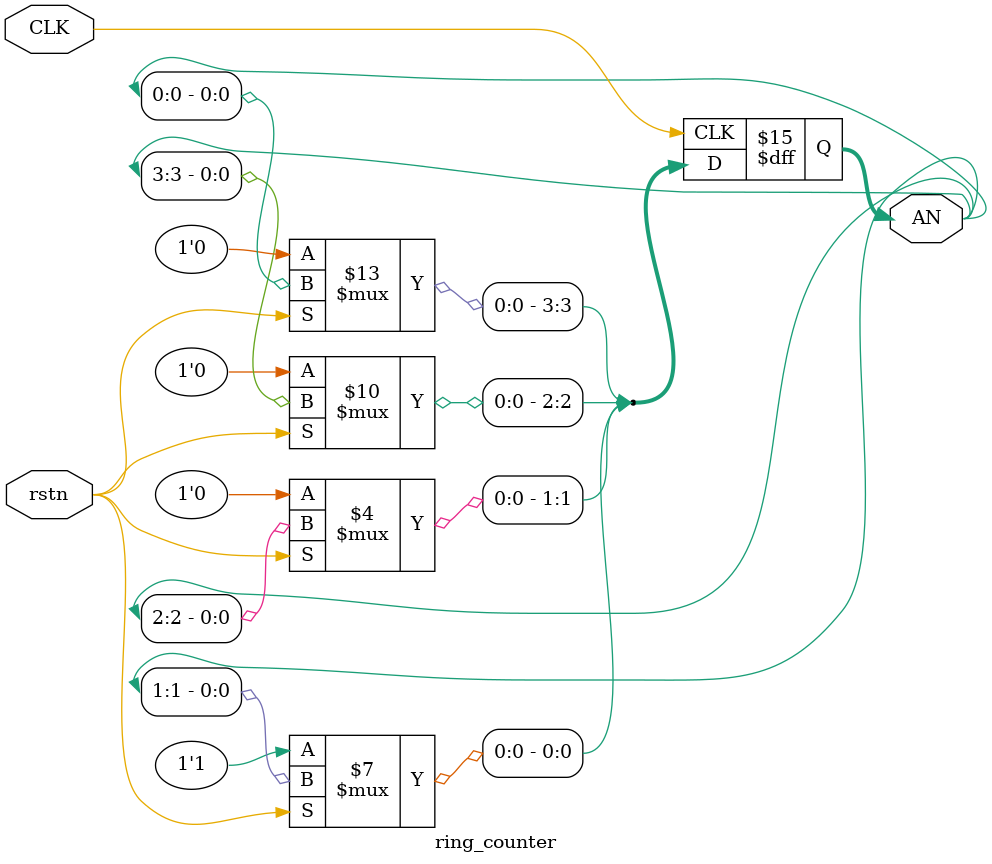
<source format=v>
`timescale 1ns / 1ps


module ring_counter(
    input CLK,
    input rstn,
    output reg[3:0] AN
    );
    always @(posedge CLK) begin
    if(!rstn)
        AN<=1;
     else begin 
        AN[3] <= AN[0];
        AN[2] <= AN[3];
        AN[1] <= AN[2];
        AN[0] <= AN[1];
    end
    end
endmodule

</source>
